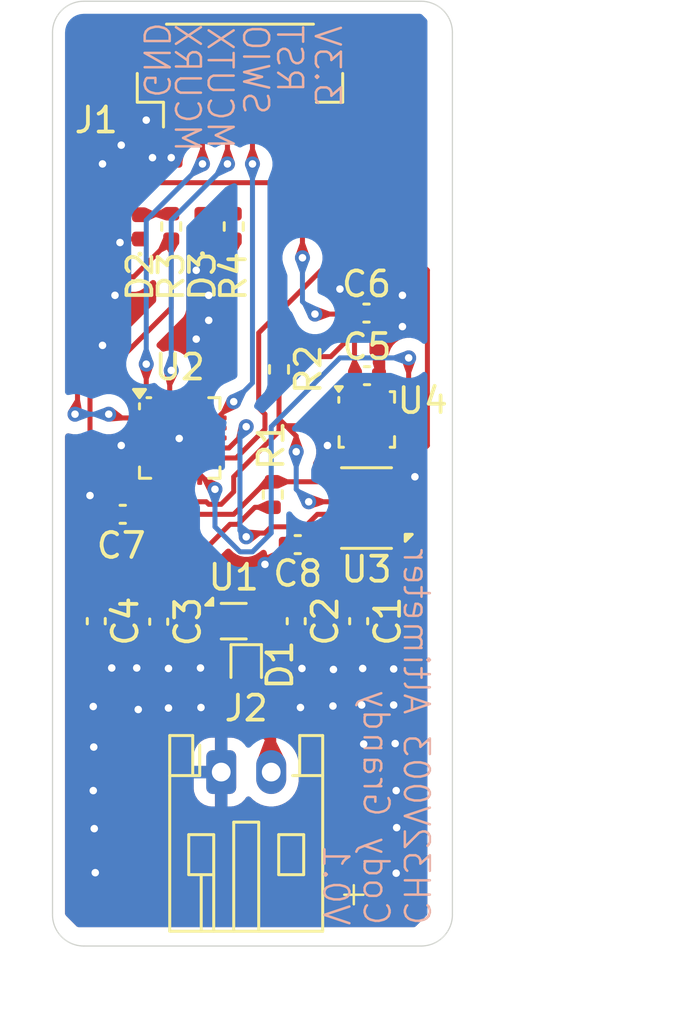
<source format=kicad_pcb>
(kicad_pcb (version 20241229) (generator "pcbnew") (generator_version "9.0")
  (layers (0 "F.Cu" signal) (2 "B.Cu" signal) (13 "F.Paste" user) (15 "B.Paste" user) (5 "F.SilkS" user "F.Silkscreen") (7 "B.SilkS" user "B.Silkscreen") (1 "F.Mask" user) (3 "B.Mask" user) (25 "Edge.Cuts" user))
  (net 0 "")
  (net 1 "GND")
  (net 2 "+3.3V")
  (net 3 "VCC")
  (net 4 "Net-(D2-A)")
  (net 5 "Net-(D3-A)")
  (net 7 "/RST")
  (net 8 "/MCUTX")
  (net 9 "/SWIO")
  (net 10 "/MCURX")
  (net 11 "/SDA")
  (net 12 "/SCL")
  (net 13 "Net-(U2-PD2)")
  (net 16 "/INT")
  (net 17 "/WP")
  (net 23 "/SA0")
  (net 25 "/VIN_D")
  (footprint "Diode_SMD:D_0402_1005Metric" (layer "F.Cu") (at 192.5 75 90)
    (property "Reference" "D3" (at -1.985 0 270) (layer "F.SilkS"))
    (property "Value" "LED")
    (fp_circle (center -1.09 0) (end -1.04 0) (stroke (width 0.1)) (fill no) (layer "F.SilkS"))
    (pad "1" smd roundrect (at -0.485 0 90) (size 0.59 0.64) (layers "F.Cu" "F.Mask" "F.Paste") (net 1 "GND"))
    (pad "2" smd roundrect (at 0.485 0 90) (size 0.59 0.64) (layers "F.Cu" "F.Mask" "F.Paste") (net 5 "Net-(D3-A)"))
  )
  (footprint "Connector_JST:JST_SH_BM06B-SRSS-TB_1x06-1MP_P1.00mm_Vertical" (layer "F.Cu") (at 194 68.925)
    (property "Reference" "J1" (at -5.75 1.825 0) (layer "F.SilkS"))
    (property "Value" "Conn_01x06_MountingPin")
    (fp_line (start -4.11 -0.04) (end -4.11 1.11) (stroke (width 0.12)) (layer "F.SilkS"))
    (fp_line (start -4.11 1.11) (end -3.06 1.11) (stroke (width 0.12)) (layer "F.SilkS"))
    (fp_line (start -3.06 1.11) (end -3.06 2.1) (stroke (width 0.12)) (layer "F.SilkS"))
    (fp_line (start -2.94 -2.01) (end 2.94 -2.01) (stroke (width 0.12)) (layer "F.SilkS"))
    (fp_line (start 4.11 -0.04) (end 4.11 1.11) (stroke (width 0.12)) (layer "F.SilkS"))
    (fp_line (start 4.11 1.11) (end 3.06 1.11) (stroke (width 0.12)) (layer "F.SilkS"))
    (pad "1" smd roundrect (at -2.5 1.325) (size 0.6 1.55) (layers "F.Cu" "F.Mask" "F.Paste") (net 1 "GND"))
    (pad "2" smd roundrect (at -1.5 1.325) (size 0.6 1.55) (layers "F.Cu" "F.Mask" "F.Paste") (net 10 "/MCURX"))
    (pad "3" smd roundrect (at -0.5 1.325) (size 0.6 1.55) (layers "F.Cu" "F.Mask" "F.Paste") (net 8 "/MCUTX"))
    (pad "4" smd roundrect (at 0.5 1.325) (size 0.6 1.55) (layers "F.Cu" "F.Mask" "F.Paste") (net 9 "/SWIO"))
    (pad "5" smd roundrect (at 1.5 1.325) (size 0.6 1.55) (layers "F.Cu" "F.Mask" "F.Paste") (net 7 "/RST"))
    (pad "6" smd roundrect (at 2.5 1.325) (size 0.6 1.55) (layers "F.Cu" "F.Mask" "F.Paste") (net 2 "+3.3V"))
    (pad "MP" smd roundrect (at -3.8 -1.2) (size 1.2 1.8) (layers "F.Cu" "F.Mask" "F.Paste") (roundrect_rratio 0.208333))
    (pad "MP" smd roundrect (at 3.8 -1.2) (size 1.2 1.8) (layers "F.Cu" "F.Mask" "F.Paste") (roundrect_rratio 0.208333))
  )
  (footprint "Capacitor_SMD:C_0402_1005Metric" (layer "F.Cu") (at 198.75 90.77 -90)
    (property "Reference" "C1" (at 0 -1.16 90) (layer "F.SilkS"))
    (property "Value" "2.2uF")
    (fp_line (start -0.107836 0.36) (end 0.107836 0.36) (stroke (width 0.12)) (layer "F.SilkS"))
    (fp_line (start -0.107836 -0.36) (end 0.107836 -0.36) (stroke (width 0.12)) (layer "F.SilkS"))
    (pad "1" smd roundrect (at -0.48 0 270) (size 0.56 0.62) (layers "F.Cu" "F.Mask" "F.Paste") (net 25 "/VIN_D"))
    (pad "2" smd roundrect (at 0.48 0 270) (size 0.56 0.62) (layers "F.Cu" "F.Mask" "F.Paste") (net 1 "GND"))
  )
  (footprint "Resistor_SMD:R_0402_1005Metric" (layer "F.Cu") (at 195.5625 80.71 -90)
    (property "Reference" "R2" (at 0 -1.17 90) (layer "F.SilkS"))
    (property "Value" "4k7")
    (fp_line (start -0.153641 0.38) (end 0.153641 0.38) (stroke (width 0.12)) (layer "F.SilkS"))
    (fp_line (start -0.153641 -0.38) (end 0.153641 -0.38) (stroke (width 0.12)) (layer "F.SilkS"))
    (pad "1" smd roundrect (at -0.51 0 270) (size 0.54 0.64) (layers "F.Cu" "F.Mask" "F.Paste") (net 2 "+3.3V"))
    (pad "2" smd roundrect (at 0.51 0 270) (size 0.54 0.64) (layers "F.Cu" "F.Mask" "F.Paste") (net 12 "/SCL"))
  )
  (footprint "Capacitor_SMD:C_0402_1005Metric" (layer "F.Cu") (at 199.0625 78.46)
    (property "Reference" "C6" (at 0 -1.16 0) (layer "F.SilkS"))
    (property "Value" "1uF")
    (fp_line (start -0.107836 -0.36) (end 0.107836 -0.36) (stroke (width 0.12)) (layer "F.SilkS"))
    (fp_line (start -0.107836 0.36) (end 0.107836 0.36) (stroke (width 0.12)) (layer "F.SilkS"))
    (pad "1" smd roundrect (at -0.48 0) (size 0.56 0.62) (layers "F.Cu" "F.Mask" "F.Paste") (net 2 "+3.3V"))
    (pad "2" smd roundrect (at 0.48 0) (size 0.56 0.62) (layers "F.Cu" "F.Mask" "F.Paste") (net 1 "GND"))
  )
  (footprint "Package_DFN_QFN:DFN-8-1EP_2x3mm_P0.5mm_EP0.56x2.15mm" (layer "F.Cu") (at 199.0625 86.25 180)
    (property "Reference" "U3" (at 0 -2.45 180) (layer "F.SilkS"))
    (property "Value" "CAT24C256")
    (fp_line (start -1 1.61) (end 1 1.61) (stroke (width 0.12)) (layer "F.SilkS"))
    (fp_line (start -1 -1.61) (end 1 -1.61) (stroke (width 0.12)) (layer "F.SilkS"))
    (fp_poly (pts (xy -1.55 -1.05) (xy -1.83 -1.05) (xy -1.55 -1.33) (xy -1.55 -1.05)) (stroke (width 0.12)) (fill yes) (layer "F.SilkS"))
    (pad "1" smd roundrect (at -0.9375 -0.75 180) (size 0.875 0.25) (layers "F.Cu" "F.Mask" "F.Paste") (net 1 "GND"))
    (pad "2" smd roundrect (at -0.9375 -0.25 180) (size 0.875 0.25) (layers "F.Cu" "F.Mask" "F.Paste") (net 1 "GND"))
    (pad "3" smd roundrect (at -0.9375 0.25 180) (size 0.875 0.25) (layers "F.Cu" "F.Mask" "F.Paste") (net 1 "GND"))
    (pad "4" smd roundrect (at -0.9375 0.75 180) (size 0.875 0.25) (layers "F.Cu" "F.Mask" "F.Paste") (net 1 "GND"))
    (pad "5" smd roundrect (at 0.9375 0.75 180) (size 0.875 0.25) (layers "F.Cu" "F.Mask" "F.Paste") (net 11 "/SDA"))
    (pad "6" smd roundrect (at 0.9375 0.25 180) (size 0.875 0.25) (layers "F.Cu" "F.Mask" "F.Paste") (net 12 "/SCL"))
    (pad "7" smd roundrect (at 0.9375 -0.25 180) (size 0.875 0.25) (layers "F.Cu" "F.Mask" "F.Paste") (net 17 "/WP"))
    (pad "8" smd roundrect (at 0.9375 -0.75 180) (size 0.875 0.25) (layers "F.Cu" "F.Mask" "F.Paste") (net 2 "+3.3V"))
    (pad "9" smd rect (at 0 0 180) (size 0.56 2.15) (property pad_prop_heatsink) (layers "F.Cu" "F.Mask"))
  )
  (footprint "Capacitor_SMD:C_0402_1005Metric" (layer "F.Cu") (at 189.31 86.5 180)
    (property "Reference" "C7" (at 0.06 -1.25 180) (layer "F.SilkS"))
    (property "Value" ".1uF")
    (fp_line (start -0.107836 0.36) (end 0.107836 0.36) (stroke (width 0.12)) (layer "F.SilkS"))
    (fp_line (start -0.107836 -0.36) (end 0.107836 -0.36) (stroke (width 0.12)) (layer "F.SilkS"))
    (pad "1" smd roundrect (at -0.48 0 180) (size 0.56 0.62) (layers "F.Cu" "F.Mask" "F.Paste") (net 2 "+3.3V"))
    (pad "2" smd roundrect (at 0.48 0 180) (size 0.56 0.62) (layers "F.Cu" "F.Mask" "F.Paste") (net 1 "GND"))
  )
  (footprint "Capacitor_SMD:C_0402_1005Metric" (layer "F.Cu") (at 196.3125 87.71 180)
    (property "Reference" "C8" (at 0 -1.16 180) (layer "F.SilkS"))
    (property "Value" ".1uF")
    (fp_line (start -0.107836 0.36) (end 0.107836 0.36) (stroke (width 0.12)) (layer "F.SilkS"))
    (fp_line (start -0.107836 -0.36) (end 0.107836 -0.36) (stroke (width 0.12)) (layer "F.SilkS"))
    (pad "1" smd roundrect (at -0.48 0 180) (size 0.56 0.62) (layers "F.Cu" "F.Mask" "F.Paste") (net 2 "+3.3V"))
    (pad "2" smd roundrect (at 0.48 0 180) (size 0.56 0.62) (layers "F.Cu" "F.Mask" "F.Paste") (net 1 "GND"))
  )
  (footprint "Package_DFN_QFN:QFN-20-1EP_3x3mm_P0.4mm_EP1.65x1.65mm" (layer "F.Cu") (at 191.59 83.45)
    (property "Reference" "U2" (at 0 -2.83 0) (layer "F.SilkS"))
    (property "Value" "CH32V003FxUx")
    (fp_line (start -1.61 -1.16) (end -1.61 -1.37) (stroke (width 0.12)) (layer "F.SilkS"))
    (fp_line (start -1.61 1.61) (end -1.61 1.16) (stroke (width 0.12)) (layer "F.SilkS"))
    (fp_line (start -1.16 -1.61) (end -1.31 -1.61) (stroke (width 0.12)) (layer "F.SilkS"))
    (fp_line (start -1.16 1.61) (end -1.61 1.61) (stroke (width 0.12)) (layer "F.SilkS"))
    (fp_line (start 1.16 -1.61) (end 1.61 -1.61) (stroke (width 0.12)) (layer "F.SilkS"))
    (fp_line (start 1.16 1.61) (end 1.61 1.61) (stroke (width 0.12)) (layer "F.SilkS"))
    (fp_line (start 1.61 -1.61) (end 1.61 -1.16) (stroke (width 0.12)) (layer "F.SilkS"))
    (fp_line (start 1.61 1.61) (end 1.61 1.16) (stroke (width 0.12)) (layer "F.SilkS"))
    (fp_poly (pts (xy -1.61 -1.61) (xy -1.85 -1.94) (xy -1.37 -1.94) (xy -1.61 -1.61)) (stroke (width 0.12)) (fill yes) (layer "F.SilkS"))
    (pad "1" smd roundrect (at -1.45 -0.8) (size 0.85 0.2) (layers "F.Cu" "F.Mask" "F.Paste") (net 7 "/RST"))
    (pad "2" smd roundrect (at -1.45 -0.4) (size 0.85 0.2) (layers "F.Cu" "F.Mask" "F.Paste"))
    (pad "3" smd roundrect (at -1.45 0) (size 0.85 0.2) (layers "F.Cu" "F.Mask" "F.Paste"))
    (pad "4" smd roundrect (at -1.45 0.4) (size 0.85 0.2) (layers "F.Cu" "F.Mask" "F.Paste") (net 1 "GND"))
    (pad "5" smd roundrect (at -1.45 0.8) (size 0.85 0.2) (layers "F.Cu" "F.Mask" "F.Paste"))
    (pad "6" smd roundrect (at -0.8 1.45) (size 0.2 0.85) (layers "F.Cu" "F.Mask" "F.Paste") (net 2 "+3.3V"))
    (pad "7" smd roundrect (at -0.4 1.45) (size 0.2 0.85) (layers "F.Cu" "F.Mask" "F.Paste"))
    (pad "8" smd roundrect (at 0 1.45) (size 0.2 0.85) (layers "F.Cu" "F.Mask" "F.Paste") (net 11 "/SDA"))
    (pad "9" smd roundrect (at 0.4 1.45) (size 0.2 0.85) (layers "F.Cu" "F.Mask" "F.Paste") (net 12 "/SCL"))
    (pad "10" smd roundrect (at 0.8 1.45) (size 0.2 0.85) (layers "F.Cu" "F.Mask" "F.Paste") (net 16 "/INT"))
    (pad "11" smd roundrect (at 1.45 0.8) (size 0.85 0.2) (layers "F.Cu" "F.Mask" "F.Paste") (net 23 "/SA0"))
    (pad "12" smd roundrect (at 1.45 0.4) (size 0.85 0.2) (layers "F.Cu" "F.Mask" "F.Paste") (net 17 "/WP"))
    (pad "13" smd roundrect (at 1.45 0) (size 0.85 0.2) (layers "F.Cu" "F.Mask" "F.Paste"))
    (pad "14" smd roundrect (at 1.45 -0.4) (size 0.85 0.2) (layers "F.Cu" "F.Mask" "F.Paste"))
    (pad "15" smd roundrect (at 1.45 -0.8) (size 0.85 0.2) (layers "F.Cu" "F.Mask" "F.Paste") (net 9 "/SWIO"))
    (pad "16" smd roundrect (at 0.8 -1.45) (size 0.2 0.85) (layers "F.Cu" "F.Mask" "F.Paste") (net 13 "Net-(U2-PD2)"))
    (pad "17" smd roundrect (at 0.4 -1.45) (size 0.2 0.85) (layers "F.Cu" "F.Mask" "F.Paste"))
    (pad "18" smd roundrect (at 0 -1.45) (size 0.2 0.85) (layers "F.Cu" "F.Mask" "F.Paste"))
    (pad "19" smd roundrect (at -0.4 -1.45) (size 0.2 0.85) (layers "F.Cu" "F.Mask" "F.Paste") (net 8 "/MCUTX"))
    (pad "20" smd roundrect (at -0.8 -1.45) (size 0.2 0.85) (layers "F.Cu" "F.Mask" "F.Paste") (net 10 "/MCURX"))
    (pad "21" smd rect (at 0 0) (size 1.65 1.65) (property pad_prop_heatsink) (layers "F.Cu" "F.Mask") (net 1 "GND"))
  )
  (footprint "Capacitor_SMD:C_0402_1005Metric" (layer "F.Cu") (at 196.25 90.77 -90)
    (property "Reference" "C2" (at 0 -1.16 90) (layer "F.SilkS"))
    (property "Value" ".1uF")
    (fp_line (start -0.107836 0.36) (end 0.107836 0.36) (stroke (width 0.12)) (layer "F.SilkS"))
    (fp_line (start -0.107836 -0.36) (end 0.107836 -0.36) (stroke (width 0.12)) (layer "F.SilkS"))
    (pad "1" smd roundrect (at -0.48 0 270) (size 0.56 0.62) (layers "F.Cu" "F.Mask" "F.Paste") (net 25 "/VIN_D"))
    (pad "2" smd roundrect (at 0.48 0 270) (size 0.56 0.62) (layers "F.Cu" "F.Mask" "F.Paste") (net 1 "GND"))
  )
  (footprint "Capacitor_SMD:C_0402_1005Metric" (layer "F.Cu") (at 199.0825 80.96)
    (property "Reference" "C5" (at 0 -1.16 0) (layer "F.SilkS"))
    (property "Value" ".1uF")
    (fp_line (start -0.107836 -0.36) (end 0.107836 -0.36) (stroke (width 0.12)) (layer "F.SilkS"))
    (fp_line (start -0.107836 0.36) (end 0.107836 0.36) (stroke (width 0.12)) (layer "F.SilkS"))
    (pad "1" smd roundrect (at -0.48 0) (size 0.56 0.62) (layers "F.Cu" "F.Mask" "F.Paste") (net 2 "+3.3V"))
    (pad "2" smd roundrect (at 0.48 0) (size 0.56 0.62) (layers "F.Cu" "F.Mask" "F.Paste") (net 1 "GND"))
  )
  (footprint "Resistor_SMD:R_0402_1005Metric" (layer "F.Cu") (at 193.75 75 90)
    (property "Reference" "R4" (at -2 -0.01 270) (layer "F.SilkS"))
    (property "Value" "1k")
    (fp_line (start -0.153641 -0.38) (end 0.153641 -0.38) (stroke (width 0.12)) (layer "F.SilkS"))
    (fp_line (start -0.153641 0.38) (end 0.153641 0.38) (stroke (width 0.12)) (layer "F.SilkS"))
    (pad "1" smd roundrect (at -0.51 0 90) (size 0.54 0.64) (layers "F.Cu" "F.Mask" "F.Paste") (net 13 "Net-(U2-PD2)"))
    (pad "2" smd roundrect (at 0.51 0 90) (size 0.54 0.64) (layers "F.Cu" "F.Mask" "F.Paste") (net 5 "Net-(D3-A)"))
  )
  (footprint "Capacitor_SMD:C_0402_1005Metric" (layer "F.Cu") (at 188.25 90.77 -90)
    (property "Reference" "C4" (at 0 -1.16 90) (layer "F.SilkS"))
    (property "Value" "2.2uF")
    (fp_line (start -0.107836 0.36) (end 0.107836 0.36) (stroke (width 0.12)) (layer "F.SilkS"))
    (fp_line (start -0.107836 -0.36) (end 0.107836 -0.36) (stroke (width 0.12)) (layer "F.SilkS"))
    (pad "1" smd roundrect (at -0.48 0 270) (size 0.56 0.62) (layers "F.Cu" "F.Mask" "F.Paste") (net 2 "+3.3V"))
    (pad "2" smd roundrect (at 0.48 0 270) (size 0.56 0.62) (layers "F.Cu" "F.Mask" "F.Paste") (net 1 "GND"))
  )
  (footprint "Capacitor_SMD:C_0402_1005Metric" (layer "F.Cu") (at 190.75 90.79 -90)
    (property "Reference" "C3" (at 0 -1.16 90) (layer "F.SilkS"))
    (property "Value" ".1uF")
    (fp_line (start -0.107836 0.36) (end 0.107836 0.36) (stroke (width 0.12)) (layer "F.SilkS"))
    (fp_line (start -0.107836 -0.36) (end 0.107836 -0.36) (stroke (width 0.12)) (layer "F.SilkS"))
    (pad "1" smd roundrect (at -0.48 0 270) (size 0.56 0.62) (layers "F.Cu" "F.Mask" "F.Paste") (net 2 "+3.3V"))
    (pad "2" smd roundrect (at 0.48 0 270) (size 0.56 0.62) (layers "F.Cu" "F.Mask" "F.Paste") (net 1 "GND"))
  )
  (footprint "Package_LGA:ST_HLGA-10_2x2mm_P0.5mm_LayoutBorder3x2y" (layer "F.Cu") (at 199.075 82.71)
    (property "Reference" "U4" (at 2.2375 -0.75 0) (layer "F.SilkS"))
    (property "Value" "LPS22HB")
    (fp_line (start -1.12 -0.685) (end -1.12 -0.88) (stroke (width 0.12)) (layer "F.SilkS"))
    (fp_line (start -1.11 1.11) (end -1.11 0.685) (stroke (width 0.12)) (layer "F.SilkS"))
    (fp_line (start -0.935 1.11) (end -1.11 1.11) (stroke (width 0.12)) (layer "F.SilkS"))
    (fp_line (start 0.935 -1.11) (end 1.11 -1.11) (stroke (width 0.12)) (layer "F.SilkS"))
    (fp_line (start 0.935 1.11) (end 1.11 1.11) (stroke (width 0.12)) (layer "F.SilkS"))
    (fp_line (start 1.11 -1.11) (end 1.11 -0.685) (stroke (width 0.12)) (layer "F.SilkS"))
    (fp_line (start 1.11 1.11) (end 1.11 0.685) (stroke (width 0.12)) (layer "F.SilkS"))
    (fp_poly (pts (xy -1.12 -1.12) (xy -1.26 -1.31) (xy -0.98 -1.31) (xy -1.12 -1.12)) (stroke (width 0.12)) (fill yes) (layer "F.SilkS"))
    (pad "1" smd roundrect (at -0.7625 -0.25) (size 0.425 0.35) (layers "F.Cu" "F.Mask" "F.Paste") (net 2 "+3.3V"))
    (pad "2" smd roundrect (at -0.7625 0.25) (size 0.425 0.35) (layers "F.Cu" "F.Mask" "F.Paste") (net 12 "/SCL"))
    (pad "3" smd roundrect (at -0.5 0.7625) (size 0.35 0.425) (layers "F.Cu" "F.Mask" "F.Paste") (net 1 "GND"))
    (pad "4" smd roundrect (at 0 0.7625) (size 0.35 0.425) (layers "F.Cu" "F.Mask" "F.Paste") (net 11 "/SDA"))
    (pad "5" smd roundrect (at 0.5 0.7625) (size 0.35 0.425) (layers "F.Cu" "F.Mask" "F.Paste") (net 23 "/SA0"))
    (pad "6" smd roundrect (at 0.7625 0.25) (size 0.425 0.35) (layers "F.Cu" "F.Mask" "F.Paste") (net 2 "+3.3V"))
    (pad "7" smd roundrect (at 0.7625 -0.25) (size 0.425 0.35) (layers "F.Cu" "F.Mask" "F.Paste") (net 16 "/INT"))
    (pad "8" smd roundrect (at 0.5 -0.7625) (size 0.35 0.425) (layers "F.Cu" "F.Mask" "F.Paste") (net 1 "GND"))
    (pad "9" smd roundrect (at 0 -0.7625) (size 0.35 0.425) (layers "F.Cu" "F.Mask" "F.Paste") (net 1 "GND"))
    (pad "10" smd roundrect (at -0.5 -0.7625) (size 0.35 0.425) (layers "F.Cu" "F.Mask" "F.Paste") (net 2 "+3.3V"))
  )
  (footprint "Diode_SMD:D_0402_1005Metric" (layer "F.Cu") (at 190 75.015 90)
    (property "Reference" "D2" (at -1.985 0 270) (layer "F.SilkS"))
    (property "Value" "LED")
    (fp_circle (center -1.09 0) (end -1.04 0) (stroke (width 0.1)) (fill no) (layer "F.SilkS"))
    (pad "1" smd roundrect (at -0.485 0 90) (size 0.59 0.64) (layers "F.Cu" "F.Mask" "F.Paste") (net 1 "GND"))
    (pad "2" smd roundrect (at 0.485 0 90) (size 0.59 0.64) (layers "F.Cu" "F.Mask" "F.Paste") (net 4 "Net-(D2-A)"))
  )
  (footprint "Package_DFN_QFN:UDFN-4-1EP_1x1mm_P0.65mm_EP0.48x0.48mm" (layer "F.Cu") (at 193.75 90.77)
    (property "Reference" "U1" (at 0 -1.75 0) (layer "F.SilkS"))
    (property "Value" "TPL710F33")
    (fp_line (start 0.5 -0.71) (end -0.5 -0.71) (stroke (width 0.12)) (layer "F.SilkS"))
    (fp_line (start 0.5 0.71) (end -0.5 0.71) (stroke (width 0.12)) (layer "F.SilkS"))
    (fp_poly (pts (xy -0.84 -0.64) (xy -1.12 -0.64) (xy -0.84 -0.92) (xy -0.84 -0.64)) (stroke (width 0.12)) (fill yes) (layer "F.SilkS"))
    (pad "1" smd custom (at -0.54 -0.325) (size 0.22 0.25) (layers "F.Cu" "F.Mask" "F.Paste") (net 2 "+3.3V") (options (clearance outline) (anchor rect)) (primitives (gr_poly (pts (xy 0.11 0.125) (xy 0.11 -0.125) (xy 0.36 -0.125)) (width 0) (fill yes))))
    (pad "2" smd custom (at -0.54 0.325) (size 0.22 0.25) (layers "F.Cu" "F.Mask" "F.Paste") (net 1 "GND") (options (clearance outline) (anchor rect)) (primitives (gr_poly (pts (xy 0.29 0.055) (xy 0.29 0.125) (xy 0.11 0.125) (xy 0.11 -0.125)) (width 0) (fill yes))))
    (pad "3" smd custom (at 0.54 0.325) (size 0.22 0.25) (layers "F.Cu" "F.Mask" "F.Paste") (net 25 "/VIN_D") (options (clearance outline) (anchor rect)) (primitives (gr_poly (pts (xy -0.11 0.125) (xy -0.29 0.125) (xy -0.29 0.055) (xy -0.11 -0.125)) (width 0) (fill yes))))
    (pad "4" smd custom (at 0.54 -0.325) (size 0.22 0.25) (layers "F.Cu" "F.Mask" "F.Paste") (net 25 "/VIN_D") (options (clearance outline) (anchor rect)) (primitives (gr_poly (pts (xy -0.11 0.125) (xy -0.29 -0.055) (xy -0.29 -0.125) (xy -0.11 -0.125)) (width 0) (fill yes))))
    (pad "5" smd rect (at 0 0 45) (size 0.48 0.48) (layers "F.Cu" "F.Mask" "F.Paste"))
  )
  (footprint "Diode_SMD:D_SOD-882" (layer "F.Cu") (at 194.25 92.52 -90)
    (property "Reference" "D1" (at 0 -1.35 270) (layer "F.SilkS"))
    (property "Value" "BAS16L")
    (fp_line (start -0.81 0.61) (end 0.5 0.61) (stroke (width 0.12)) (layer "F.SilkS"))
    (fp_line (start -0.81 -0.61) (end -0.81 0.61) (stroke (width 0.12)) (layer "F.SilkS"))
    (fp_line (start -0.81 -0.61) (end 0.5 -0.61) (stroke (width 0.12)) (layer "F.SilkS"))
    (pad "1" smd roundrect (at -0.35 0 270) (size 0.4 0.7) (layers "F.Cu" "F.Mask") (roundrect_rratio 0.125) (net 25 "/VIN_D"))
    (pad "2" smd roundrect (at 0.35 0 270) (size 0.4 0.7) (layers "F.Cu" "F.Mask") (roundrect_rratio 0.125) (net 3 "VCC"))
  )
  (footprint "Resistor_SMD:R_0402_1005Metric" (layer "F.Cu") (at 191.25 75 90)
    (property "Reference" "R3" (at -2 0 270) (layer "F.SilkS"))
    (property "Value" "1k")
    (fp_line (start -0.153641 -0.38) (end 0.153641 -0.38) (stroke (width 0.12)) (layer "F.SilkS"))
    (fp_line (start -0.153641 0.38) (end 0.153641 0.38) (stroke (width 0.12)) (layer "F.SilkS"))
    (pad "1" smd roundrect (at -0.51 0 90) (size 0.54 0.64) (layers "F.Cu" "F.Mask" "F.Paste") (net 2 "+3.3V"))
    (pad "2" smd roundrect (at 0.51 0 90) (size 0.54 0.64) (layers "F.Cu" "F.Mask" "F.Paste") (net 4 "Net-(D2-A)"))
  )
  (footprint "Resistor_SMD:R_0402_1005Metric" (layer "F.Cu") (at 195.3125 85.71 90)
    (property "Reference" "R1" (at 1.96 -0.0625 270) (layer "F.SilkS"))
    (property "Value" "4k7")
    (fp_line (start -0.153641 -0.38) (end 0.153641 -0.38) (stroke (width 0.12)) (layer "F.SilkS"))
    (fp_line (start -0.153641 0.38) (end 0.153641 0.38) (stroke (width 0.12)) (layer "F.SilkS"))
    (pad "1" smd roundrect (at -0.51 0 90) (size 0.54 0.64) (layers "F.Cu" "F.Mask" "F.Paste") (net 2 "+3.3V"))
    (pad "2" smd roundrect (at 0.51 0 90) (size 0.54 0.64) (layers "F.Cu" "F.Mask" "F.Paste") (net 11 "/SDA"))
  )
  (footprint "Connector_JST:JST_PH_S2B-PH-K_1x02_P2.00mm_Horizontal" (layer "F.Cu") (at 193.25 96.8)
    (property "Reference" "J2" (at 1 -2.55 0) (layer "F.SilkS"))
    (property "Value" "Conn_01x02")
    (fp_line (start -2.06 -1.46) (end -2.06 6.36) (stroke (width 0.12)) (layer "F.SilkS"))
    (fp_line (start -2.06 0.14) (end -1.14 0.14) (stroke (width 0.12)) (layer "F.SilkS"))
    (fp_line (start -2.06 6.36) (end 4.06 6.36) (stroke (width 0.12)) (layer "F.SilkS"))
    (fp_line (start -1.3 2.5) (end -1.3 4.1) (stroke (width 0.12)) (layer "F.SilkS"))
    (fp_line (start -1.3 4.1) (end -0.3 4.1) (stroke (width 0.12)) (layer "F.SilkS"))
    (fp_line (start -1.14 -1.46) (end -2.06 -1.46) (stroke (width 0.12)) (layer "F.SilkS"))
    (fp_line (start -1.14 0.14) (end -1.14 -1.46) (stroke (width 0.12)) (layer "F.SilkS"))
    (fp_line (start -0.86 0.14) (end -1.14 0.14) (stroke (width 0.12)) (layer "F.SilkS"))
    (fp_line (start -0.86 0.14) (end -0.86 -1.075) (stroke (width 0.12)) (layer "F.SilkS"))
    (fp_line (start -0.8 4.1) (end -0.8 6.36) (stroke (width 0.12)) (layer "F.SilkS"))
    (fp_line (start -0.3 2.5) (end -1.3 2.5) (stroke (width 0.12)) (layer "F.SilkS"))
    (fp_line (start -0.3 4.1) (end -0.3 2.5) (stroke (width 0.12)) (layer "F.SilkS"))
    (fp_line (start -0.3 4.1) (end -0.3 6.36) (stroke (width 0.12)) (layer "F.SilkS"))
    (fp_line (start 0.5 2) (end 1.5 2) (stroke (width 0.12)) (layer "F.SilkS"))
    (fp_line (start 0.5 6.36) (end 0.5 2) (stroke (width 0.12)) (layer "F.SilkS"))
    (fp_line (start 1.5 2) (end 1.5 6.36) (stroke (width 0.12)) (layer "F.SilkS"))
    (fp_line (start 2.3 2.5) (end 3.3 2.5) (stroke (width 0.12)) (layer "F.SilkS"))
    (fp_line (start 2.3 4.1) (end 2.3 2.5) (stroke (width 0.12)) (layer "F.SilkS"))
    (fp_line (start 3.14 -1.46) (end 3.14 0.14) (stroke (width 0.12)) (layer "F.SilkS"))
    (fp_line (start 3.14 0.14) (end 2.86 0.14) (stroke (width 0.12)) (layer "F.SilkS"))
    (fp_line (start 3.3 2.5) (end 3.3 4.1) (stroke (width 0.12)) (layer "F.SilkS"))
    (fp_line (start 3.3 4.1) (end 2.3 4.1) (stroke (width 0.12)) (layer "F.SilkS"))
    (fp_line (start 4.06 -1.46) (end 3.14 -1.46) (stroke (width 0.12)) (layer "F.SilkS"))
    (fp_line (start 4.06 0.14) (end 3.14 0.14) (stroke (width 0.12)) (layer "F.SilkS"))
    (fp_line (start 4.06 6.36) (end 4.06 -1.46) (stroke (width 0.12)) (layer "F.SilkS"))
    (pad "1" thru_hole roundrect (at 0 0) (size 1.2 1.75) (drill 0.75) (layers "*.Cu" "*.Mask") (roundrect_rratio 0.208333) (net 1 "GND"))
    (pad "2" thru_hole oval (at 2 0) (size 1.2 1.75) (drill 0.75) (layers "*.Cu" "*.Mask") (net 3 "VCC"))
  )
  (gr_line (start 187.75 103.75) (end 201.25 103.75) (stroke (width 0.05)) (layer "Edge.Cuts"))
  (gr_arc (start 186.5 67.25) (mid 186.866117 66.366117) (end 187.75 66) (stroke (width 0.05)) (layer "Edge.Cuts"))
  (gr_line (start 187.75 66) (end 201.25 66.000001) (stroke (width 0.05)) (layer "Edge.Cuts"))
  (gr_arc (start 202.5 102.5) (mid 202.133883 103.383883) (end 201.25 103.75) (stroke (width 0.05)) (layer "Edge.Cuts"))
  (gr_arc (start 201.25 66.000001) (mid 202.133883 66.366117) (end 202.499999 67.25) (stroke (width 0.05)) (layer "Edge.Cuts"))
  (gr_line (start 202.5 102.5) (end 202.5 67.25) (stroke (width 0.05)) (layer "Edge.Cuts"))
  (gr_arc (start 187.75 103.749999) (mid 186.866117 103.383883) (end 186.500001 102.5) (stroke (width 0.05)) (layer "Edge.Cuts"))
  (gr_line (start 186.5 67.25) (end 186.500001 102.5) (stroke (width 0.05)) (layer "Edge.Cuts"))
  (gr_text "+\n" (at 197.87 102.21 0) (layer "F.SilkS") (effects (font (size 1 1) (thickness 0.1)) (justify left bottom)))
  (gr_text "MCUTX\n" (at 192.62 71.99 -90) (layer "B.SilkS") (effects (font (size 1 1) (thickness 0.1)) (justify left bottom mirror)))
  (gr_text "3.3V\n" (at 196.91 70.27 -90) (layer "B.SilkS") (effects (font (size 1 1) (thickness 0.1)) (justify left bottom mirror)))
  (gr_text "CH32V003 Altimeter\nCody Grandy\nV0.1\n" (at 197.25 103 -90) (layer "B.SilkS") (effects (font (size 1 1) (thickness 0.1)) (justify left bottom mirror)))
  (gr_text "RST\n" (at 195.4 69.73 -90) (layer "B.SilkS") (effects (font (size 1 1) (thickness 0.1)) (justify left bottom mirror)))
  (gr_text "GND\n" (at 190.06 69.94 -90) (layer "B.SilkS") (effects (font (size 1 1) (thickness 0.1)) (justify left bottom mirror)))
  (gr_text "SWIO\n" (at 194.04 70.61 -90) (layer "B.SilkS") (effects (font (size 1 1) (thickness 0.1)) (justify left bottom mirror)))
  (gr_text "MCURX\n" (at 191.31 72.1 -90) (layer "B.SilkS") (effects (font (size 1 1) (thickness 0.1)) (justify left bottom mirror)))
  (segment (start 199.5625 81.935) (end 199.575 81.9475) (width 0.2) (layer "F.Cu") (net 1))
  (segment (start 189.34 75.5) (end 189.2 75.64) (width 0.2) (layer "F.Cu") (net 1))
  (segment (start 190 75.5) (end 190 75.57) (width 0.2) (layer "F.Cu") (net 1))
  (segment (start 191.57 83.47) (end 191.59 83.45) (width 0.2) (layer "F.Cu") (net 1))
  (segment (start 190.14 83.85) (end 189.35 83.85) (width 0.2) (layer "F.Cu") (net 1))
  (segment (start 197.7775 83.4725) (end 197.5 83.75) (width 0.2) (layer "F.Cu") (net 1))
  (segment (start 193.21 91.095) (end 192.945 91.36) (width 0.2) (layer "F.Cu") (net 1))
  (segment (start 195.8325 87.71) (end 195.79 87.71) (width 0.2) (layer "F.Cu") (net 1))
  (segment (start 192.945 91.36) (end 192.73 91.36) (width 0.2) (layer "F.Cu") (net 1))
  (segment (start 190.14 83.85) (end 191.19 83.85) (width 0.2) (layer "F.Cu") (net 1))
  (segment (start 190 75.5) (end 189.34 75.5) (width 0.2) (layer "F.Cu") (net 1))
  (segment (start 195.79 87.71) (end 195 88.5) (width 0.2) (layer "F.Cu") (net 1))
  (segment (start 199.075 81.9475) (end 199.575 81.9475) (width 0.2) (layer "F.Cu") (net 1))
  (segment (start 189.35 83.85) (end 189.25 83.75) (width 0.2) (layer "F.Cu") (net 1))
  (segment (start 191.19 83.85) (end 191.57 83.47) (width 0.2) (layer "F.Cu") (net 1))
  (segment (start 199.5625 80.96) (end 199.5625 81.935) (width 0.2) (layer "F.Cu") (net 1))
  (segment (start 198.575 83.4725) (end 197.7775 83.4725) (width 0.2) (layer "F.Cu") (net 1))
  (via (at 188.15 95.8) (size 0.6) (drill 0.3) (layers "F.Cu" "B.Cu") (net 1))
  (via (at 200.27 99.02) (size 0.6) (drill 0.3) (layers "F.Cu" "B.Cu") (net 1))
  (via (at 192.25 76.75) (size 0.6) (drill 0.3) (layers "F.Cu" "B.Cu") (net 1))
  (via (at 196.42 94.22) (size 0.6) (drill 0.3) (layers "F.Cu" "B.Cu") (net 1))
  (via (at 188.13 97.54) (size 0.6) (drill 0.3) (layers "F.Cu" "B.Cu") (net 1))
  (via (at 200.21 95.66) (size 0.6) (drill 0.3) (layers "F.Cu" "B.Cu") (net 1))
  (via (at 197.5 83.75) (size 0.6) (drill 0.3) (layers "F.Cu" "B.Cu") (net 1))
  (via (at 188.5 79.75) (size 0.6) (drill 0.3) (layers "F.Cu" "B.Cu") (net 1))
  (via (at 201 85) (size 0.6) (drill 0.3) (layers "F.Cu" "B.Cu") (net 1))
  (via (at 188.87 92.64) (size 0.6) (drill 0.3) (layers "F.Cu" "B.Cu") (net 1))
  (via (at 189 77.75) (size 0.6) (drill 0.3) (layers "F.Cu" "B.Cu") (net 1))
  (via (at 191.57 83.47) (size 0.6) (drill 0.3) (layers "F.Cu" "B.Cu") (net 1))
  (via (at 198.87 94.12) (size 0.6) (drill 0.3) (layers "F.Cu" "B.Cu") (net 1))
  (via (at 188 85.75) (size 0.6) (drill 0.3) (layers "F.Cu" "B.Cu") (net 1))
  (via (at 191.14 92.66) (size 0.6) (drill 0.3) (layers "F.Cu" "B.Cu") (net 1))
  (via (at 197.74 92.7) (size 0.6) (drill 0.3) (layers "F.Cu" "B.Cu") (net 1))
  (via (at 190.25 70.75) (size 0.6) (drill 0.3) (layers "F.Cu" "B.Cu") (net 1))
  (via (at 190.5 72.25) (size 0.6) (drill 0.3) (layers "F.Cu" "B.Cu") (net 1))
  (via (at 188.21 100.82) (size 0.6) (drill 0.3) (layers "F.Cu" "B.Cu") (net 1))
  (via (at 200.25 97.54) (size 0.6) (drill 0.3) (layers "F.Cu" "B.Cu") (net 1))
  (via (at 188.13 94.18) (size 0.6) (drill 0.3) (layers "F.Cu" "B.Cu") (net 1))
  (via (at 191.14 94.24) (size 0.6) (drill 0.3) (layers "F.Cu" "B.Cu") (net 1))
  (via (at 192.25 79.5) (size 0.6) (drill 0.3) (layers "F.Cu" "B.Cu") (net 1))
  (via (at 200.15 94.12) (size 0.6) (drill 0.3) (layers "F.Cu" "B.Cu") (net 1))
  (via (at 200.15 92.68) (size 0.6) (drill 0.3) (layers "F.Cu" "B.Cu") (net 1))
  (via (at 189.25 83.75) (size 0.6) (drill 0.3) (layers "F.Cu" "B.Cu") (net 1))
  (via (at 192.42 92.64) (size 0.6) (drill 0.3) (layers "F.Cu" "B.Cu") (net 1))
  (via (at 192.44 94.22) (size 0.6) (drill 0.3) (layers "F.Cu" "B.Cu") (net 1))
  (via (at 198.95 95.68) (size 0.6) (drill 0.3) (layers "F.Cu" "B.Cu") (net 1))
  (via (at 192.75 78.75) (size 0.6) (drill 0.3) (layers "F.Cu" "B.Cu") (net 1))
  (via (at 189.87 92.64) (size 0.6) (drill 0.3) (layers "F.Cu" "B.Cu") (net 1))
  (via (at 191.25 72.25) (size 0.6) (drill 0.3) (layers "F.Cu" "B.Cu") (net 1))
  (via (at 196.48 92.66) (size 0.6) (drill 0.3) (layers "F.Cu" "B.Cu") (net 1))
  (via (at 198.91 92.66) (size 0.6) (drill 0.3) (layers "F.Cu" "B.Cu") (net 1))
  (via (at 188.5 72.5) (size 0.6) (drill 0.3) (layers "F.Cu" "B.Cu") (net 1))
  (via (at 192.75 77.75) (size 0.6) (drill 0.3) (layers "F.Cu" "B.Cu") (net 1))
  (via (at 200.5 79) (size 0.6) (drill 0.3) (layers "F.Cu" "B.Cu") (net 1))
  (via (at 197.72 94.16) (size 0.6) (drill 0.3) (layers "F.Cu" "B.Cu") (net 1))
  (via (at 195 88.5) (size 0.6) (drill 0.3) (layers "F.Cu" "B.Cu") (net 1))
  (via (at 200.25 100.84) (size 0.6) (drill 0.3) (layers "F.Cu" "B.Cu") (net 1))
  (via (at 198 77.5) (size 0.6) (drill 0.3) (layers "F.Cu" "B.Cu") (net 1))
  (via (at 200.5 77.75) (size 0.6) (drill 0.3) (layers "F.Cu" "B.Cu") (net 1))
  (via (at 188.17 99.06) (size 0.6) (drill 0.3) (layers "F.Cu" "B.Cu") (net 1))
  (via (at 189.2 75.64) (size 0.6) (drill 0.3) (layers "F.Cu" "B.Cu") (net 1))
  (via (at 189.25 71.75) (size 0.6) (drill 0.3) (layers "F.Cu" "B.Cu") (net 1))
  (via (at 189.93 94.3) (size 0.6) (drill 0.3) (layers "F.Cu" "B.Cu") (net 1))
  (segment (start 195.3125 86.22) (end 194.595686 86.22) (width 0.2) (layer "F.Cu") (net 2))
  (segment (start 196.5 72.25) (end 195.5 73.25) (width 0.2) (layer "F.Cu") (net 2))
  (segment (start 189.25 85.75) (end 189.25 85.96) (width 0.2) (layer "F.Cu") (net 2))
  (segment (start 195.5 73.25) (end 189.75 73.25) (width 0.2) (layer "F.Cu") (net 2))
  (segment (start 191.25 75.51) (end 191.25 78.25) (width 0.2) (layer "F.Cu") (net 2))
  (segment (start 189.75 73.25) (end 188.59 74.41) (width 0.2) (layer "F.Cu") (net 2))
  (segment (start 194.595686 86.22) (end 193.915686 86.9) (width 0.2) (layer "F.Cu") (net 2))
  (segment (start 192 88) (end 192.5 88) (width 0.2) (layer "F.Cu") (net 2))
  (segment (start 188.59 74.41) (end 188.59 76.39) (width 0.2) (layer "F.Cu") (net 2))
  (segment (start 190.75 89.25) (end 190.75 90.31) (width 0.2) (layer "F.Cu") (net 2))
  (segment (start 197.6325 80.2) (end 198.5825 79.25) (width 0.2) (layer "F.Cu") (net 2))
  (segment (start 196.5 70.25) (end 196.5 72.25) (width 0.2) (layer "F.Cu") (net 2))
  (segment (start 199.075432 82.96) (end 199.8375 82.96) (width 0.2) (layer "F.Cu") (net 2))
  (segment (start 198.125 87) (end 197.5025 87) (width 0.2) (layer "F.Cu") (net 2))
  (segment (start 198.5825 78.46) (end 198.5825 79.25) (width 0.2) (layer "F.Cu") (net 2))
  (segment (start 190.75 88) (end 190.75 89.25) (width 0.2) (layer "F.Cu") (net 2))
  (segment (start 197 78.5) (end 198.5425 78.5) (width 0.2) (layer "F.Cu") (net 2))
  (segment (start 190.79 84.9) (end 190.79 85.5) (width 0.2) (layer "F.Cu") (net 2))
  (segment (start 189.75 77.01) (end 191.25 75.51) (width 0.2) (layer "F.Cu") (net 2))
  (segment (start 192.25 89.25) (end 192 89.5) (width 0.2) (layer "F.Cu") (net 2))
  (segment (start 190.79 85.5) (end 189.79 86.5) (width 0.2) (layer "F.Cu") (net 2))
  (segment (start 195.5625 80.2) (end 197.6325 80.2) (width 0.2) (layer "F.Cu") (net 2))
  (segment (start 198.3125 82.46) (end 198.575432 82.46) (width 0.2) (layer "F.Cu") (net 2))
  (segment (start 198.5425 78.5) (end 198.5825 78.46) (width 0.2) (layer "F.Cu") (net 2))
  (segment (start 191.75 90.31) (end 190.75 90.31) (width 0.3) (layer "F.Cu") (net 2))
  (segment (start 188 84.5) (end 189.25 85.75) (width 0.2) (layer "F.Cu") (net 2))
  (segment (start 189.79 86.54) (end 190.75 87.5) (width 0.2) (layer "F.Cu") (net 2))
  (segment (start 198.575 80.9875) (end 198.6025 80.96) (width 0.2) (layer "F.Cu") (net 2))
  (segment (start 198.575 81.9475) (end 198.575 82.1975) (width 0.2) (layer "F.Cu") (net 2))
  (segment (start 192 90.06) (end 191.75 90.31) (width 0.2) (layer "F.Cu") (net 2))
  (segment (start 189.79 86.5) (end 189.79 86.54) (width 0.2) (layer "F.Cu") (net 2))
  (segment (start 198.575 82.1975) (end 198.3125 82.46) (width 0.2) (layer "F.Cu") (net 2))
  (segment (start 190.42 90.29) (end 188.25 90.29) (width 0.3) (layer "F.Cu") (net 2))
  (segment (start 195.2525 89.25) (end 192.25 89.25) (width 0.2) (layer "F.Cu") (net 2))
  (segment (start 193.21 90.445) (end 193.075 90.31) (width 0.2) (layer "F.Cu") (net 2))
  (segment (start 198.575432 82.46) (end 199.075432 82.96) (width 0.2) (layer "F.Cu") (net 2))
  (segment (start 193.915686 86.9) (end 193.6 86.9) (width 0.2) (layer "F.Cu") (net 2))
  (segment (start 188 81.5) (end 188 84.5) (width 0.2) (layer "F.Cu") (net 2))
  (segment (start 192 89.5) (end 192 90.06) (width 0.2) (layer "F.Cu") (net 2))
  (segment (start 196.5 72.25) (end 196.5 76.25) (width 0.2) (layer "F.Cu") (net 2))
  (segment (start 190.75 90.31) (end 190.44 90.31) (width 0.2) (layer "F.Cu") (net 2))
  (segment (start 196.7925 87.71) (end 195.2525 89.25) (width 0.2) (layer "F.Cu") (net 2))
  (segment (start 190.75 87.5) (end 190.75 88) (width 0.2) (layer "F.Cu") (net 2))
  (segment (start 193.075 90.31) (end 191.75 90.31) (width 0.3) (layer "F.Cu") (net 2))
  (segment (start 191.25 78.25) (end 188 81.5) (width 0.2) (layer "F.Cu") (net 2))
  (segment (start 189.25 85.96) (end 189.79 86.5) (width 0.2) (layer "F.Cu") (net 2))
  (segment (start 190.75 89.25) (end 192 88) (width 0.2) (layer "F.Cu") (net 2))
  (segment (start 198.5825 79.25) (end 198.5825 80.94) (width 0.2) (layer "F.Cu") (net 2))
  (segment (start 197.5025 87) (end 196.7925 87.71) (width 0.2) (layer "F.Cu") (net 2))
  (segment (start 193.6 86.9) (end 192.5 88) (width 0.2) (layer "F.Cu") (net 2))
  (segment (start 198.575 81.9475) (end 198.575 80.9875) (width 0.2) (layer "F.Cu") (net 2))
  (segment (start 190.44 90.31) (end 190.42 90.29) (width 0.2) (layer "F.Cu") (net 2))
  (segment (start 198.5825 80.94) (end 198.6025 80.96) (width 0.2) (layer "F.Cu") (net 2))
  (segment (start 188.59 76.39) (end 189.21 77.01) (width 0.2) (layer "F.Cu") (net 2))
  (segment (start 189.21 77.01) (end 189.75 77.01) (width 0.2) (layer "F.Cu") (net 2))
  (via (at 196.5 76.25) (size 0.6) (drill 0.3) (layers "F.Cu" "B.Cu") (net 2))
  (via (at 197 78.5) (size 0.6) (drill 0.3) (layers "F.Cu" "B.Cu") (net 2))
  (segment (start 196.5 76.25) (end 196.5 78) (width 0.2) (layer "B.Cu") (net 2))
  (segment (start 196.5 78) (end 197 78.5) (width 0.2) (layer "B.Cu") (net 2))
  (segment (start 195.25 95.5) (end 195.25 96.8) (width 0.4) (layer "F.Cu") (net 3))
  (segment (start 194.25 94.5) (end 195.25 95.5) (width 0.4) (layer "F.Cu") (net 3))
  (segment (start 194.25 93.005) (end 194.25 94.5) (width 0.4) (layer "F.Cu") (net 3))
  (segment (start 190 74.53) (end 191.21 74.53) (width 0.2) (layer "F.Cu") (net 4))
  (segment (start 191.21 74.53) (end 191.25 74.49) (width 0.2) (layer "F.Cu") (net 4))
  (segment (start 193.725 74.515) (end 193.75 74.49) (width 0.2) (layer "F.Cu") (net 5))
  (segment (start 192.5 74.515) (end 193.725 74.515) (width 0.2) (layer "F.Cu") (net 5))
  (segment (start 188.9 82.65) (end 188.75 82.5) (width 0.2) (layer "F.Cu") (net 7))
  (segment (start 187.4 82.5) (end 187.5 82.4) (width 0.2) (layer "F.Cu") (net 7))
  (segment (start 195.5 68.5) (end 195.5 70.25) (width 0.2) (layer "F.Cu") (net 7))
  (segment (start 187.5 82.4) (end 187.5 72.25) (width 0.2) (layer "F.Cu") (net 7))
  (segment (start 190.14 82.65) (end 188.9 82.65) (width 0.2) (layer "F.Cu") (net 7))
  (segment (start 187.5 72.25) (end 192 67.75) (width 0.2) (layer "F.Cu") (net 7))
  (segment (start 192 67.75) (end 194.75 67.75) (width 0.2) (layer "F.Cu") (net 7))
  (segment (start 194.75 67.75) (end 195.5 68.5) (width 0.2) (layer "F.Cu") (net 7))
  (via (at 188.75 82.5) (size 0.6) (drill 0.3) (layers "F.Cu" "B.Cu") (net 7))
  (via (at 187.4 82.5) (size 0.6) (drill 0.3) (layers "F.Cu" "B.Cu") (net 7))
  (segment (start 187.4 82.5) (end 188.75 82.5) (width 0.2) (layer "B.Cu") (net 7))
  (segment (start 193.5 70.25) (end 193.5 72.5) (width 0.2) (layer "F.Cu") (net 8))
  (segment (start 191.19 80.81) (end 191.25 80.75) (width 0.2) (layer "F.Cu") (net 8))
  (segment (start 191.19 82) (end 191.19 80.81) (width 0.2) (layer "F.Cu") (net 8))
  (via (at 191.25 80.75) (size 0.6) (drill 0.3) (layers "F.Cu" "B.Cu") (net 8))
  (via (at 193.5 72.5) (size 0.6) (drill 0.3) (layers "F.Cu" "B.Cu") (net 8))
  (segment (start 193.5 72.5) (end 191.25 74.75) (width 0.2) (layer "B.Cu") (net 8))
  (segment (start 191.25 74.75) (end 191.25 80.75) (width 0.2) (layer "B.Cu") (net 8))
  (segment (start 193.04 82.65) (end 193.1 82.65) (width 0.2) (layer "F.Cu") (net 9))
  (segment (start 193.1 82.65) (end 193.75 82) (width 0.2) (layer "F.Cu") (net 9))
  (segment (start 194.5 70.25) (end 194.5 72.5) (width 0.2) (layer "F.Cu") (net 9))
  (via (at 193.75 82) (size 0.6) (drill 0.3) (layers "F.Cu" "B.Cu") (net 9))
  (via (at 194.5 72.5) (size 0.6) (drill 0.3) (layers "F.Cu" "B.Cu") (net 9))
  (segment (start 194.5 72.5) (end 194.5 81.25) (width 0.2) (layer "B.Cu") (net 9))
  (segment (start 194.5 81.25) (end 193.75 82) (width 0.2) (layer "B.Cu") (net 9))
  (segment (start 190.79 82) (end 190.25 81.46) (width 0.2) (layer "F.Cu") (net 10))
  (segment (start 192.5 70.25) (end 192.5 72.5) (width 0.2) (layer "F.Cu") (net 10))
  (segment (start 190.25 81.46) (end 190.25 80.5) (width 0.2) (layer "F.Cu") (net 10))
  (via (at 192.5 72.5) (size 0.6) (drill 0.3) (layers "F.Cu" "B.Cu") (net 10))
  (via (at 190.25 80.5) (size 0.6) (drill 0.3) (layers "F.Cu" "B.Cu") (net 10))
  (segment (start 192.5 72.5) (end 190.25 74.75) (width 0.2) (layer "B.Cu") (net 10))
  (segment (start 190.25 74.75) (end 190.25 80.5) (width 0.2) (layer "B.Cu") (net 10))
  (segment (start 195.3125 85.2) (end 197.825 85.2) (width 0.2) (layer "F.Cu") (net 11))
  (segment (start 197.825 84.675) (end 197.825 85.2) (width 0.2) (layer "F.Cu") (net 11))
  (segment (start 191.75 86.5) (end 193.75 86.5) (width 0.2) (layer "F.Cu") (net 11))
  (segment (start 198.25 84.25) (end 197.825 84.675) (width 0.2) (layer "F.Cu") (net 11))
  (segment (start 199.075 83.735432) (end 198.560432 84.25) (width 0.2) (layer "F.Cu") (net 11))
  (segment (start 195.05 85.2) (end 195.3125 85.2) (width 0.2) (layer "F.Cu") (net 11))
  (segment (start 199.075 83.4725) (end 199.075 83.735432) (width 0.2) (layer "F.Cu") (net 11))
  (segment (start 198.560432 84.25) (end 198.25 84.25) (width 0.2) (layer "F.Cu") (net 11))
  (segment (start 191.59 86.34) (end 191.75 86.5) (width 0.2) (layer "F.Cu") (net 11))
  (segment (start 197.825 85.2) (end 198.125 85.5) (width 0.2) (layer "F.Cu") (net 11))
  (segment (start 193.75 86.5) (end 195.05 85.2) (width 0.2) (layer "F.Cu") (net 11))
  (segment (start 191.59 84.9) (end 191.59 86.34) (width 0.2) (layer "F.Cu") (net 11))
  (segment (start 198.125 86) (end 197.25 86) (width 0.2) (layer "F.Cu") (net 12))
  (segment (start 191.99 84.9) (end 191.99 85.74) (width 0.2) (layer "F.Cu") (net 12))
  (segment (start 191.99 85.74) (end 192.25 86) (width 0.2) (layer "F.Cu") (net 12))
  (segment (start 196.25 83.375) (end 195.835 82.96) (width 0.2) (layer "F.Cu") (net 12))
  (segment (start 197.25 86) (end 196.75 86) (width 0.2) (layer "F.Cu") (net 12))
  (segment (start 195.5625 82.6875) (end 195.5625 81.22) (width 0.2) (layer "F.Cu") (net 12))
  (segment (start 192.651471 86) (end 192.751471 86.1) (width 0.2) (layer "F.Cu") (net 12))
  (segment (start 195.5625 83.1875) (end 195.5625 82.6875) (width 0.2) (layer "F.Cu") (net 12))
  (segment (start 192.751471 86.1) (end 193.248529 86.1) (width 0.2) (layer "F.Cu") (net 12))
  (segment (start 196.25 84) (end 196.25 83.375) (width 0.2) (layer "F.Cu") (net 12))
  (segment (start 192.25 86) (end 192.651471 86) (width 0.2) (layer "F.Cu") (net 12))
  (segment (start 193.75 85.598529) (end 193.75 85) (width 0.2) (layer "F.Cu") (net 12))
  (segment (start 198.3125 82.96) (end 195.835 82.96) (width 0.2) (layer "F.Cu") (net 12))
  (segment (start 193.75 85) (end 195.5625 83.1875) (width 0.2) (layer "F.Cu") (net 12))
  (segment (start 193.248529 86.1) (end 193.75 85.598529) (width 0.2) (layer "F.Cu") (net 12))
  (segment (start 195.835 82.96) (end 195.5625 82.6875) (width 0.2) (layer "F.Cu") (net 12))
  (via (at 196.25 84) (size 0.6) (drill 0.3) (layers "F.Cu" "B.Cu") (net 12))
  (via (at 196.75 86) (size 0.6) (drill 0.3) (layers "F.Cu" "B.Cu") (net 12))
  (segment (start 196.75 86) (end 196.25 85.5) (width 0.2) (layer "B.Cu") (net 12))
  (segment (start 196.75 86) (end 196.5 85.75) (width 0.2) (layer "B.Cu") (net 12))
  (segment (start 196.25 85.5) (end 196.25 84) (width 0.2) (layer "B.Cu") (net 12))
  (segment (start 192.39 80.61) (end 192.39 82) (width 0.2) (layer "F.Cu") (net 13))
  (segment (start 193.75 79.25) (end 192.39 80.61) (width 0.2) (layer "F.Cu") (net 13))
  (segment (start 193.75 75.51) (end 193.75 79.25) (width 0.2) (layer "F.Cu") (net 13))
  (segment (start 193 85.5) (end 192.99 85.5) (width 0.2) (layer "F.Cu") (net 16))
  (segment (start 200.75 81.5475) (end 200.75 80.25) (width 0.2) (layer "F.Cu") (net 16))
  (segment (start 199.8375 82.46) (end 200.75 81.5475) (width 0.2) (layer "F.Cu") (net 16))
  (segment (start 192.99 85.5) (end 192.39 84.9) (width 0.2) (layer "F.Cu") (net 16))
  (via (at 193 85.5) (size 0.6) (drill 0.3) (layers "F.Cu" "B.Cu") (net 16))
  (via (at 200.75 80.25) (size 0.6) (drill 0.3) (layers "F.Cu" "B.Cu") (net 16))
  (segment (start 193 85.5) (end 193 86.998529) (width 0.2) (layer "B.Cu") (net 16))
  (segment (start 195.25 83) (end 198 80.25) (width 0.2) (layer "B.Cu") (net 16))
  (segment (start 198 80.25) (end 200.75 80.25) (width 0.2) (layer "B.Cu") (net 16))
  (segment (start 194.001471 88) (end 194.498529 88) (width 0.2) (layer "B.Cu") (net 16))
  (segment (start 193 86.998529) (end 194.001471 88) (width 0.2) (layer "B.Cu") (net 16))
  (segment (start 195.25 87.248529) (end 195.25 83) (width 0.2) (layer "B.Cu") (net 16))
  (segment (start 194.498529 88) (end 195.25 87.248529) (width 0.2) (layer "B.Cu") (net 16))
  (segment (start 197.098529 86.5) (end 198.125 86.5) (width 0.2) (layer "F.Cu") (net 17))
  (segment (start 195.25 87) (end 196.598529 87) (width 0.2) (layer "F.Cu") (net 17))
  (segment (start 196.598529 87) (end 197.098529 86.5) (width 0.2) (layer "F.Cu") (net 17))
  (segment (start 195 87.25) (end 195.25 87) (width 0.2) (layer "F.Cu") (net 17))
  (segment (start 194.25 83.16136) (end 193.56136 83.85) (width 0.2) (layer "F.Cu") (net 17))
  (segment (start 194.25 87.4) (end 194.4 87.25) (width 0.2) (layer "F.Cu") (net 17))
  (segment (start 193.56136 83.85) (end 193.04 83.85) (width 0.2) (layer "F.Cu") (net 17))
  (segment (start 194.4 87.25) (end 195 87.25) (width 0.2) (layer "F.Cu") (net 17))
  (segment (start 194.25 83) (end 194.25 83.16136) (width 0.2) (layer "F.Cu") (net 17))
  (via (at 194.25 87.4) (size 0.6) (drill 0.3) (layers "F.Cu" "B.Cu") (net 17))
  (via (at 194.25 83) (size 0.6) (drill 0.3) (layers "F.Cu" "B.Cu") (net 17))
  (segment (start 194 83.25) (end 194.25 83) (width 0.2) (layer "B.Cu") (net 17))
  (segment (start 194.25 87.4) (end 194 87.15) (width 0.2) (layer "B.Cu") (net 17))
  (segment (start 194 87.15) (end 194 83.25) (width 0.2) (layer "B.Cu") (net 17))
  (segment (start 194.75 79.25) (end 197.5 76.5) (width 0.2) (layer "F.Cu") (net 23))
  (segment (start 195 82.5) (end 194.75 82.25) (width 0.2) (layer "F.Cu") (net 23))
  (segment (start 201.5 76.75) (end 201.5 83.75) (width 0.2) (layer "F.Cu") (net 23))
  (segment (start 199.575 83.825) (end 199.575 83.4725) (width 0.2) (layer "F.Cu") (net 23))
  (segment (start 201.25 84) (end 200.75 84) (width 0.2) (layer "F.Cu") (net 23))
  (segment (start 200.75 84) (end 200.5 84.25) (width 0.2) (layer "F.Cu") (net 23))
  (segment (start 201.5 83.75) (end 201.25 84) (width 0.2) (layer "F.Cu") (net 23))
  (segment (start 197.5 76.5) (end 201.25 76.5) (width 0.2) (layer "F.Cu") (net 23))
  (segment (start 201.25 76.5) (end 201.5 76.75) (width 0.2) (layer "F.Cu") (net 23))
  (segment (start 193.848529 84.25) (end 195 83.098529) (width 0.2) (layer "F.Cu") (net 23))
  (segment (start 195 83.098529) (end 195 82.5) (width 0.2) (layer "F.Cu") (net 23))
  (segment (start 200 84.25) (end 199.575 83.825) (width 0.2) (layer "F.Cu") (net 23))
  (segment (start 193.04 84.25) (end 193.848529 84.25) (width 0.2) (layer "F.Cu") (net 23))
  (segment (start 200.5 84.25) (end 200 84.25) (width 0.2) (layer "F.Cu") (net 23))
  (segment (start 194.75 82.25) (end 194.75 79.25) (width 0.2) (layer "F.Cu") (net 23))
  (segment (start 194.29 91.095) (end 194.29 91.995) (width 0.3) (layer "F.Cu") (net 25))
  (segment (start 194.75 90.635) (end 194.75 90.29) (width 0.3) (layer "F.Cu") (net 25))
  (segment (start 194.445 90.29) (end 194.75 90.29) (width 0.3) (layer "F.Cu") (net 25))
  (segment (start 194.29 91.995) (end 194.25 92.035) (width 0.3) (layer "F.Cu") (net 25))
  (segment (start 194.29 90.445) (end 194.445 90.29) (width 0.2) (layer "F.Cu") (net 25))
  (segment (start 194.29 91.095) (end 194.75 90.635) (width 0.3) (layer "F.Cu") (net 25))
  (segment (start 194.75 90.29) (end 196.25 90.29) (width 0.3) (layer "F.Cu") (net 25))
  (segment (start 196.25 90.29) (end 198.75 90.29) (width 0.3) (layer "F.Cu") (net 25))
  (zone (net 1) (net_name "GND") (layers "F.Cu" "B.Cu") (connect_pads (clearance 0.5)) (min_thickness 0.25) (fill yes (thermal_gap 0.5) (thermal_bridge_width 0.5) (smoothing chamfer) (radius 0.5))
    (polygon (pts (xy 201.5 103) (xy 187 103) (xy 187 66.25) (xy 201.5 66.25)))
  )
)
</source>
